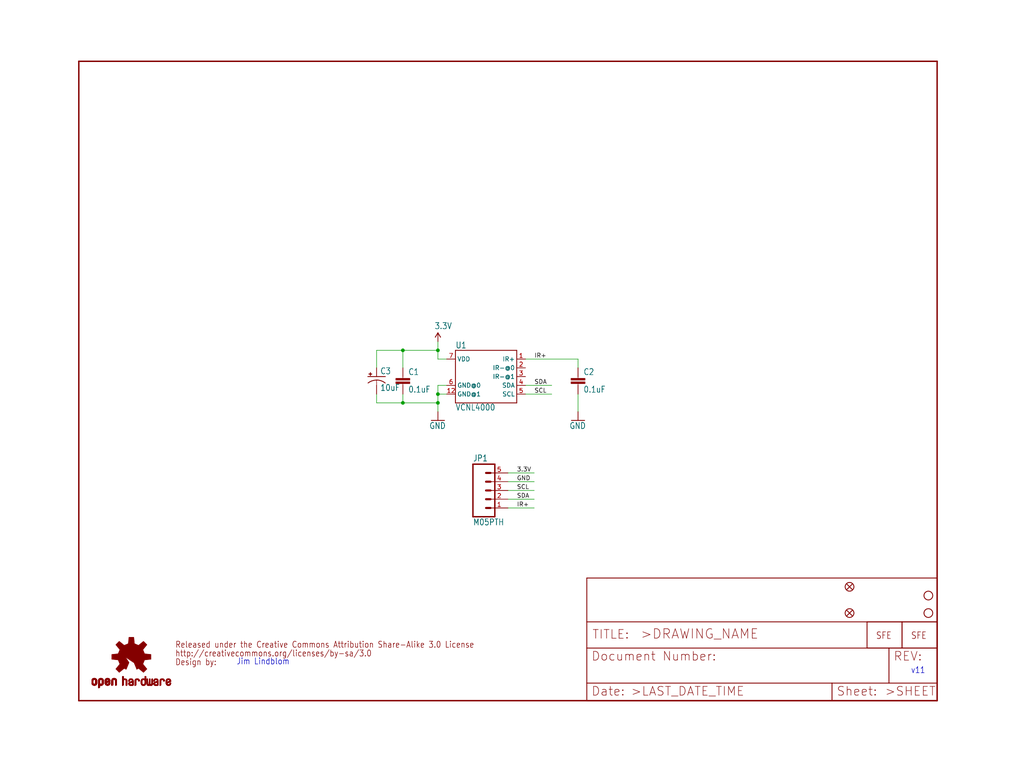
<source format=kicad_sch>
(kicad_sch (version 20211123) (generator eeschema)
  (paper "User" 297.002 223.926)
  (lib_symbols
    (symbol "eagleSchem-eagle-import:3.3V" (power)
      (property "Value" "3.3V" (at -1.016 3.556 0))
      (symbol "3.3V_1_0"
        (pin power_in line (at 0 0 90) (length 2.54) (name "3.3V") (number "1"))
      )
    )
    (symbol "eagleSchem-eagle-import:CAP0402-CAP"
      (property "Reference" "C" (at 1.524 2.921 0))
      (property "Value" "CAP0402-CAP" (at 1.524 -2.159 0))
      (symbol "CAP0402-CAP_1_0"
        (pin passive line (at 0 5.08 270) (length 2.54) (name "1") (number "1"))
        (pin passive line (at 0 -2.54 90) (length 2.54) (name "2") (number "2"))
      )
    )
    (symbol "eagleSchem-eagle-import:CAP_POL1206"
      (property "Reference" "C" (at 1.016 0.635 0))
      (property "Value" "CAP_POL1206" (at 1.016 -4.191 0))
      (symbol "CAP_POL1206_1_0"
        (pin passive line (at 0 2.54 270) (length 2.54) (name "+") (number "A"))
        (pin passive line (at 0 -5.08 90) (length 2.54) (name "-") (number "C"))
      )
    )
    (symbol "eagleSchem-eagle-import:CREATIVE_COMMONS"
      (symbol "CREATIVE_COMMONS_1_0"
        (text "Design by:" (at 0 0 0) (effects (font (size 1.778 1.5113)) (justify left bottom)))
        (text "http://creativecommons.org/licenses/by-sa/3.0" (at 0 2.54 0) (effects (font (size 1.778 1.5113)) (justify left bottom)))
        (text "Released under the Creative Commons Attribution Share-Alike 3.0 License" (at 0 5.08 0) (effects (font (size 1.778 1.5113)) (justify left bottom)))
      )
    )
    (symbol "eagleSchem-eagle-import:FIDUCIALUFIDUCIAL")
    (symbol "eagleSchem-eagle-import:FRAME-LETTER"
      (symbol "FRAME-LETTER_2_0"
        (text ">DRAWING_NAME" (at 15.494 17.78 0) (effects (font (size 2.7432 2.7432)) (justify left bottom)))
        (text ">LAST_DATE_TIME" (at 12.7 1.27 0) (effects (font (size 2.54 2.54)) (justify left bottom)))
        (text ">SHEET" (at 86.36 1.27 0) (effects (font (size 2.54 2.54)) (justify left bottom)))
        (text "Date:" (at 1.27 1.27 0) (effects (font (size 2.54 2.54)) (justify left bottom)))
        (text "Document Number:" (at 1.27 11.43 0) (effects (font (size 2.54 2.54)) (justify left bottom)))
        (text "REV:" (at 88.9 11.43 0) (effects (font (size 2.54 2.54)) (justify left bottom)))
        (text "Sheet:" (at 72.39 1.27 0) (effects (font (size 2.54 2.54)) (justify left bottom)))
        (text "TITLE:" (at 1.524 17.78 0) (effects (font (size 2.54 2.54)) (justify left bottom)))
      )
    )
    (symbol "eagleSchem-eagle-import:GND" (power)
      (property "Value" "GND" (at -2.54 -2.54 0))
      (symbol "GND_1_0"
        (pin power_in line (at 0 2.54 270) (length 2.54) (name "GND") (number "1"))
      )
    )
    (symbol "eagleSchem-eagle-import:LOGO-SFENW2"
      (symbol "LOGO-SFENW2_1_0"
        (text "SFE" (at 0 0 0) (effects (font (size 1.9304 1.6408)) (justify left bottom)))
      )
    )
    (symbol "eagleSchem-eagle-import:LOGO-SFESK"
      (symbol "LOGO-SFESK_1_0"
        (text "SFE" (at 0 0 0) (effects (font (size 1.9304 1.6408)) (justify left bottom)))
      )
    )
    (symbol "eagleSchem-eagle-import:M05PTH"
      (property "Reference" "JP" (at -2.54 8.382 0))
      (property "Value" "M05PTH" (at -2.54 -10.16 0))
      (symbol "M05PTH_1_0"
        (pin passive line (at 7.62 -5.08 180) (length 5.08) (name "1") (number "1"))
        (pin passive line (at 7.62 -2.54 180) (length 5.08) (name "2") (number "2"))
        (pin passive line (at 7.62 0 180) (length 5.08) (name "3") (number "3"))
        (pin passive line (at 7.62 2.54 180) (length 5.08) (name "4") (number "4"))
        (pin passive line (at 7.62 5.08 180) (length 5.08) (name "5") (number "5"))
      )
    )
    (symbol "eagleSchem-eagle-import:OSHW-LOGOS")
    (symbol "eagleSchem-eagle-import:STAND-OFF")
    (symbol "eagleSchem-eagle-import:VCNL4000"
      (property "Reference" "U" (at -7.62 8.128 0))
      (property "Value" "VCNL4000" (at -7.62 -9.906 0))
      (symbol "VCNL4000_1_0"
        (pin bidirectional line (at 12.7 5.08 180) (length 2.54) (name "IR+") (number "1"))
        (pin bidirectional line (at -10.16 -5.08 0) (length 2.54) (name "GND@1") (number "12"))
        (pin bidirectional line (at 12.7 2.54 180) (length 2.54) (name "IR-@0") (number "2"))
        (pin bidirectional line (at 12.7 0 180) (length 2.54) (name "IR-@1") (number "3"))
        (pin bidirectional line (at 12.7 -2.54 180) (length 2.54) (name "SDA") (number "4"))
        (pin bidirectional line (at 12.7 -5.08 180) (length 2.54) (name "SCL") (number "5"))
        (pin bidirectional line (at -10.16 -2.54 0) (length 2.54) (name "GND@0") (number "6"))
        (pin bidirectional line (at -10.16 5.08 0) (length 2.54) (name "VDD") (number "7"))
      )
    )
  )
  (junction (at 127 101.6))
  (junction (at 127 114.3))
  (junction (at 116.84 116.84))
  (junction (at 116.84 101.6))
  (junction (at 127 116.84))
  (wire (pts (xy 127 114.3) (xy 127 116.84)))
  (wire (pts (xy 129.54 114.3) (xy 127 114.3)))
  (wire (pts (xy 129.54 111.76) (xy 127 111.76)))
  (wire (pts (xy 147.32 144.78) (xy 154.94 144.78)))
  (wire (pts (xy 116.84 114.3) (xy 116.84 116.84)))
  (wire (pts (xy 109.22 114.3) (xy 109.22 116.84)))
  (wire (pts (xy 152.4 111.76) (xy 160.02 111.76)))
  (wire (pts (xy 147.32 142.24) (xy 154.94 142.24)))
  (wire (pts (xy 167.64 119.38) (xy 167.64 114.3)))
  (wire (pts (xy 167.64 104.14) (xy 167.64 106.68)))
  (wire (pts (xy 109.22 116.84) (xy 116.84 116.84)))
  (wire (pts (xy 152.4 104.14) (xy 167.64 104.14)))
  (wire (pts (xy 147.32 139.7) (xy 154.94 139.7)))
  (wire (pts (xy 116.84 101.6) (xy 127 101.6)))
  (wire (pts (xy 147.32 137.16) (xy 154.94 137.16)))
  (wire (pts (xy 109.22 106.68) (xy 109.22 101.6)))
  (wire (pts (xy 147.32 147.32) (xy 154.94 147.32)))
  (wire (pts (xy 127 111.76) (xy 127 114.3)))
  (wire (pts (xy 127 101.6) (xy 127 99.06)))
  (wire (pts (xy 116.84 106.68) (xy 116.84 101.6)))
  (wire (pts (xy 109.22 101.6) (xy 116.84 101.6)))
  (wire (pts (xy 152.4 114.3) (xy 160.02 114.3)))
  (wire (pts (xy 127 116.84) (xy 127 119.38)))
  (wire (pts (xy 116.84 116.84) (xy 127 116.84)))
  (wire (pts (xy 127 104.14) (xy 127 101.6)))
  (wire (pts (xy 129.54 104.14) (xy 127 104.14)))
  (text "v11" (at 264.16 195.58 180) (effects (font (size 1.778 1.5113)) (justify left bottom)))
  (text "Jim Lindblom" (at 68.58 193.04 180) (effects (font (size 1.778 1.5113)) (justify left bottom)))
  (label "SCL" (at 154.94 114.3 0) (effects (font (size 1.2446 1.2446))))
  (label "SCL" (at 149.86 142.24 0) (effects (font (size 1.2446 1.2446))))
  (label "IR+" (at 154.94 104.14 0) (effects (font (size 1.2446 1.2446))))
  (label "GND" (at 149.86 139.7 0) (effects (font (size 1.2446 1.2446))))
  (label "SDA" (at 154.94 111.76 0) (effects (font (size 1.2446 1.2446))))
  (label "3.3V" (at 149.86 137.16 0) (effects (font (size 1.2446 1.2446))))
  (label "IR+" (at 149.86 147.32 0) (effects (font (size 1.2446 1.2446))))
  (label "SDA" (at 149.86 144.78 0) (effects (font (size 1.2446 1.2446))))
  (symbol (lib_id "eagleSchem-eagle-import:LOGO-SFENW2") (at 264.16 185.42 0) (unit 1)
    (property "Reference" "JP2" (effects hide))
    (property "Value" "LOGO-SFENW2" (effects hide))
    (property "Footprint" "eagleSchem:SFE-NEW-WEB" (effects hide))
  )
  (symbol (lib_id "eagleSchem-eagle-import:STAND-OFF") (at 269.24 177.8 0) (unit 1)
    (property "Reference" "JP3" (effects hide))
    (property "Value" "STAND-OFF" (effects hide))
    (property "Footprint" "eagleSchem:STAND-OFF" (effects hide))
  )
  (symbol (lib_id "eagleSchem-eagle-import:CAP_POL1206") (at 109.22 109.22 0) (unit 1)
    (property "Reference" "C3" (at 110.236 108.585 0) (effects (font (size 1.778 1.5113)) (justify left bottom)))
    (property "Value" "10uF" (at 110.236 113.411 0) (effects (font (size 1.778 1.5113)) (justify left bottom)))
    (property "Footprint" "eagleSchem:EIA3216" (effects hide))
  )
  (symbol (lib_id "eagleSchem-eagle-import:FRAME-LETTER") (at 170.18 203.2 0) (unit 2)
    (property "Reference" "#FRAME1" (effects hide))
    (property "Value" "FRAME-LETTER" (effects hide))
    (property "Footprint" "eagleSchem:" (effects hide))
  )
  (symbol (lib_id "eagleSchem-eagle-import:OSHW-LOGOS") (at 38.1 190.5 0) (unit 1)
    (property "Reference" "U$1" (effects hide))
    (property "Value" "OSHW-LOGOS" (effects hide))
    (property "Footprint" "eagleSchem:OSHW-LOGO-S" (effects hide))
  )
  (symbol (lib_id "eagleSchem-eagle-import:FIDUCIALUFIDUCIAL") (at 246.38 177.8 0) (unit 1)
    (property "Reference" "JP6" (effects hide))
    (property "Value" "FIDUCIALUFIDUCIAL" (effects hide))
    (property "Footprint" "eagleSchem:MICRO-FIDUCIAL" (effects hide))
  )
  (symbol (lib_id "eagleSchem-eagle-import:LOGO-SFESK") (at 254 185.42 0) (unit 1)
    (property "Reference" "JP5" (effects hide))
    (property "Value" "LOGO-SFESK" (effects hide))
    (property "Footprint" "eagleSchem:SFE-LOGO-FLAME" (effects hide))
  )
  (symbol (lib_id "eagleSchem-eagle-import:GND") (at 167.64 121.92 0) (unit 1)
    (property "Reference" "#GND2" (effects hide))
    (property "Value" "GND" (at 165.1 124.46 0) (effects (font (size 1.778 1.5113)) (justify left bottom)))
    (property "Footprint" "eagleSchem:" (effects hide))
  )
  (symbol (lib_id "eagleSchem-eagle-import:FIDUCIALUFIDUCIAL") (at 246.38 170.18 0) (unit 1)
    (property "Reference" "JP7" (effects hide))
    (property "Value" "FIDUCIALUFIDUCIAL" (effects hide))
    (property "Footprint" "eagleSchem:MICRO-FIDUCIAL" (effects hide))
  )
  (symbol (lib_id "eagleSchem-eagle-import:CAP0402-CAP") (at 167.64 111.76 0) (unit 1)
    (property "Reference" "C2" (at 169.164 108.839 0) (effects (font (size 1.778 1.5113)) (justify left bottom)))
    (property "Value" "0.1uF" (at 169.164 113.919 0) (effects (font (size 1.778 1.5113)) (justify left bottom)))
    (property "Footprint" "eagleSchem:0402-CAP" (effects hide))
  )
  (symbol (lib_id "eagleSchem-eagle-import:VCNL4000") (at 139.7 109.22 0) (unit 1)
    (property "Reference" "U1" (at 132.08 101.092 0) (effects (font (size 1.778 1.5113)) (justify left bottom)))
    (property "Value" "VCNL4000" (at 132.08 119.126 0) (effects (font (size 1.778 1.5113)) (justify left bottom)))
    (property "Footprint" "eagleSchem:VCNL4000" (effects hide))
  )
  (symbol (lib_id "eagleSchem-eagle-import:3.3V") (at 127 99.06 0) (unit 1)
    (property "Reference" "#P+1" (effects hide))
    (property "Value" "3.3V" (at 125.984 95.504 0) (effects (font (size 1.778 1.5113)) (justify left bottom)))
    (property "Footprint" "eagleSchem:" (effects hide))
  )
  (symbol (lib_id "eagleSchem-eagle-import:CREATIVE_COMMONS") (at 50.8 193.04 0) (unit 1)
    (property "Reference" "U$2" (effects hide))
    (property "Value" "CREATIVE_COMMONS" (effects hide))
    (property "Footprint" "eagleSchem:CREATIVE_COMMONS" (effects hide))
  )
  (symbol (lib_id "eagleSchem-eagle-import:GND") (at 127 121.92 0) (unit 1)
    (property "Reference" "#GND1" (effects hide))
    (property "Value" "GND" (at 124.46 124.46 0) (effects (font (size 1.778 1.5113)) (justify left bottom)))
    (property "Footprint" "eagleSchem:" (effects hide))
  )
  (symbol (lib_id "eagleSchem-eagle-import:M05PTH") (at 139.7 142.24 0) (unit 1)
    (property "Reference" "JP1" (at 137.16 133.858 0) (effects (font (size 1.778 1.5113)) (justify left bottom)))
    (property "Value" "M05PTH" (at 137.16 152.4 0) (effects (font (size 1.778 1.5113)) (justify left bottom)))
    (property "Footprint" "eagleSchem:1X05" (effects hide))
  )
  (symbol (lib_id "eagleSchem-eagle-import:FRAME-LETTER") (at 22.86 203.2 0) (unit 1)
    (property "Reference" "#FRAME1" (effects hide))
    (property "Value" "FRAME-LETTER" (effects hide))
    (property "Footprint" "eagleSchem:" (effects hide))
  )
  (symbol (lib_id "eagleSchem-eagle-import:STAND-OFF") (at 269.24 172.72 0) (unit 1)
    (property "Reference" "JP4" (effects hide))
    (property "Value" "STAND-OFF" (effects hide))
    (property "Footprint" "eagleSchem:STAND-OFF" (effects hide))
  )
  (symbol (lib_id "eagleSchem-eagle-import:CAP0402-CAP") (at 116.84 111.76 0) (unit 1)
    (property "Reference" "C1" (at 118.364 108.839 0) (effects (font (size 1.778 1.5113)) (justify left bottom)))
    (property "Value" "0.1uF" (at 118.364 113.919 0) (effects (font (size 1.778 1.5113)) (justify left bottom)))
    (property "Footprint" "eagleSchem:0402-CAP" (effects hide))
  )
)
</source>
